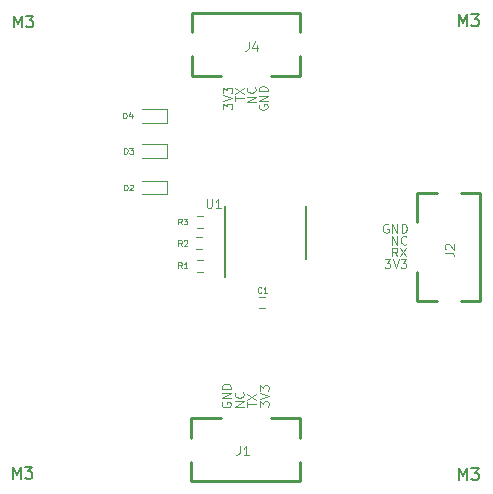
<source format=gbr>
G04 #@! TF.FileFunction,Legend,Top*
%FSLAX46Y46*%
G04 Gerber Fmt 4.6, Leading zero omitted, Abs format (unit mm)*
G04 Created by KiCad (PCBNEW 4.0.7) date Tuesday, 19 '19e' June '19e' 2018, 11:34:03*
%MOMM*%
%LPD*%
G01*
G04 APERTURE LIST*
%ADD10C,0.100000*%
%ADD11C,0.120000*%
%ADD12C,0.254000*%
%ADD13C,0.150000*%
G04 APERTURE END LIST*
D10*
X148255745Y-87600945D02*
X148220031Y-87672374D01*
X148220031Y-87779517D01*
X148255745Y-87886660D01*
X148327174Y-87958088D01*
X148398602Y-87993803D01*
X148541459Y-88029517D01*
X148648602Y-88029517D01*
X148791459Y-87993803D01*
X148862888Y-87958088D01*
X148934316Y-87886660D01*
X148970031Y-87779517D01*
X148970031Y-87708088D01*
X148934316Y-87600945D01*
X148898602Y-87565231D01*
X148648602Y-87565231D01*
X148648602Y-87708088D01*
X148970031Y-87243803D02*
X148220031Y-87243803D01*
X148970031Y-86815231D01*
X148220031Y-86815231D01*
X148970031Y-86458089D02*
X148220031Y-86458089D01*
X148220031Y-86279517D01*
X148255745Y-86172374D01*
X148327174Y-86100946D01*
X148398602Y-86065231D01*
X148541459Y-86029517D01*
X148648602Y-86029517D01*
X148791459Y-86065231D01*
X148862888Y-86100946D01*
X148934316Y-86172374D01*
X148970031Y-86279517D01*
X148970031Y-86458089D01*
X147964286Y-87339286D02*
X147214286Y-87339286D01*
X147964286Y-86910714D01*
X147214286Y-86910714D01*
X147892857Y-86125000D02*
X147928571Y-86160714D01*
X147964286Y-86267857D01*
X147964286Y-86339286D01*
X147928571Y-86446429D01*
X147857143Y-86517857D01*
X147785714Y-86553572D01*
X147642857Y-86589286D01*
X147535714Y-86589286D01*
X147392857Y-86553572D01*
X147321429Y-86517857D01*
X147250000Y-86446429D01*
X147214286Y-86339286D01*
X147214286Y-86267857D01*
X147250000Y-86160714D01*
X147285714Y-86125000D01*
X146220031Y-87271428D02*
X146220031Y-86842857D01*
X146970031Y-87057143D02*
X146220031Y-87057143D01*
X146220031Y-86664285D02*
X146970031Y-86164285D01*
X146220031Y-86164285D02*
X146970031Y-86664285D01*
X145220031Y-87958088D02*
X145220031Y-87493802D01*
X145505745Y-87743802D01*
X145505745Y-87636660D01*
X145541459Y-87565231D01*
X145577174Y-87529517D01*
X145648602Y-87493802D01*
X145827174Y-87493802D01*
X145898602Y-87529517D01*
X145934316Y-87565231D01*
X145970031Y-87636660D01*
X145970031Y-87850945D01*
X145934316Y-87922374D01*
X145898602Y-87958088D01*
X145220031Y-87279516D02*
X145970031Y-87029516D01*
X145220031Y-86779516D01*
X145220031Y-86600945D02*
X145220031Y-86136659D01*
X145505745Y-86386659D01*
X145505745Y-86279517D01*
X145541459Y-86208088D01*
X145577174Y-86172374D01*
X145648602Y-86136659D01*
X145827174Y-86136659D01*
X145898602Y-86172374D01*
X145934316Y-86208088D01*
X145970031Y-86279517D01*
X145970031Y-86493802D01*
X145934316Y-86565231D01*
X145898602Y-86600945D01*
X159178572Y-97725000D02*
X159107143Y-97689286D01*
X159000000Y-97689286D01*
X158892857Y-97725000D01*
X158821429Y-97796429D01*
X158785714Y-97867857D01*
X158750000Y-98010714D01*
X158750000Y-98117857D01*
X158785714Y-98260714D01*
X158821429Y-98332143D01*
X158892857Y-98403571D01*
X159000000Y-98439286D01*
X159071429Y-98439286D01*
X159178572Y-98403571D01*
X159214286Y-98367857D01*
X159214286Y-98117857D01*
X159071429Y-98117857D01*
X159535714Y-98439286D02*
X159535714Y-97689286D01*
X159964286Y-98439286D01*
X159964286Y-97689286D01*
X160321428Y-98439286D02*
X160321428Y-97689286D01*
X160500000Y-97689286D01*
X160607143Y-97725000D01*
X160678571Y-97796429D01*
X160714286Y-97867857D01*
X160750000Y-98010714D01*
X160750000Y-98117857D01*
X160714286Y-98260714D01*
X160678571Y-98332143D01*
X160607143Y-98403571D01*
X160500000Y-98439286D01*
X160321428Y-98439286D01*
X159510714Y-99439286D02*
X159510714Y-98689286D01*
X159939286Y-99439286D01*
X159939286Y-98689286D01*
X160725000Y-99367857D02*
X160689286Y-99403571D01*
X160582143Y-99439286D01*
X160510714Y-99439286D01*
X160403571Y-99403571D01*
X160332143Y-99332143D01*
X160296428Y-99260714D01*
X160260714Y-99117857D01*
X160260714Y-99010714D01*
X160296428Y-98867857D01*
X160332143Y-98796429D01*
X160403571Y-98725000D01*
X160510714Y-98689286D01*
X160582143Y-98689286D01*
X160689286Y-98725000D01*
X160725000Y-98760714D01*
X159975000Y-100439286D02*
X159725000Y-100082143D01*
X159546428Y-100439286D02*
X159546428Y-99689286D01*
X159832143Y-99689286D01*
X159903571Y-99725000D01*
X159939286Y-99760714D01*
X159975000Y-99832143D01*
X159975000Y-99939286D01*
X159939286Y-100010714D01*
X159903571Y-100046429D01*
X159832143Y-100082143D01*
X159546428Y-100082143D01*
X160225000Y-99689286D02*
X160725000Y-100439286D01*
X160725000Y-99689286D02*
X160225000Y-100439286D01*
X158902174Y-100689286D02*
X159366460Y-100689286D01*
X159116460Y-100975000D01*
X159223602Y-100975000D01*
X159295031Y-101010714D01*
X159330745Y-101046429D01*
X159366460Y-101117857D01*
X159366460Y-101296429D01*
X159330745Y-101367857D01*
X159295031Y-101403571D01*
X159223602Y-101439286D01*
X159009317Y-101439286D01*
X158937888Y-101403571D01*
X158902174Y-101367857D01*
X159580746Y-100689286D02*
X159830746Y-101439286D01*
X160080746Y-100689286D01*
X160259317Y-100689286D02*
X160723603Y-100689286D01*
X160473603Y-100975000D01*
X160580745Y-100975000D01*
X160652174Y-101010714D01*
X160687888Y-101046429D01*
X160723603Y-101117857D01*
X160723603Y-101296429D01*
X160687888Y-101367857D01*
X160652174Y-101403571D01*
X160580745Y-101439286D01*
X160366460Y-101439286D01*
X160295031Y-101403571D01*
X160259317Y-101367857D01*
X145155745Y-112800945D02*
X145120031Y-112872374D01*
X145120031Y-112979517D01*
X145155745Y-113086660D01*
X145227174Y-113158088D01*
X145298602Y-113193803D01*
X145441459Y-113229517D01*
X145548602Y-113229517D01*
X145691459Y-113193803D01*
X145762888Y-113158088D01*
X145834316Y-113086660D01*
X145870031Y-112979517D01*
X145870031Y-112908088D01*
X145834316Y-112800945D01*
X145798602Y-112765231D01*
X145548602Y-112765231D01*
X145548602Y-112908088D01*
X145870031Y-112443803D02*
X145120031Y-112443803D01*
X145870031Y-112015231D01*
X145120031Y-112015231D01*
X145870031Y-111658089D02*
X145120031Y-111658089D01*
X145120031Y-111479517D01*
X145155745Y-111372374D01*
X145227174Y-111300946D01*
X145298602Y-111265231D01*
X145441459Y-111229517D01*
X145548602Y-111229517D01*
X145691459Y-111265231D01*
X145762888Y-111300946D01*
X145834316Y-111372374D01*
X145870031Y-111479517D01*
X145870031Y-111658089D01*
X146969286Y-113149286D02*
X146219286Y-113149286D01*
X146969286Y-112720714D01*
X146219286Y-112720714D01*
X146897857Y-111935000D02*
X146933571Y-111970714D01*
X146969286Y-112077857D01*
X146969286Y-112149286D01*
X146933571Y-112256429D01*
X146862143Y-112327857D01*
X146790714Y-112363572D01*
X146647857Y-112399286D01*
X146540714Y-112399286D01*
X146397857Y-112363572D01*
X146326429Y-112327857D01*
X146255000Y-112256429D01*
X146219286Y-112149286D01*
X146219286Y-112077857D01*
X146255000Y-111970714D01*
X146290714Y-111935000D01*
X147264286Y-113171428D02*
X147264286Y-112742857D01*
X148014286Y-112957143D02*
X147264286Y-112957143D01*
X147264286Y-112564285D02*
X148014286Y-112064285D01*
X147264286Y-112064285D02*
X148014286Y-112564285D01*
X148320031Y-113158088D02*
X148320031Y-112693802D01*
X148605745Y-112943802D01*
X148605745Y-112836660D01*
X148641459Y-112765231D01*
X148677174Y-112729517D01*
X148748602Y-112693802D01*
X148927174Y-112693802D01*
X148998602Y-112729517D01*
X149034316Y-112765231D01*
X149070031Y-112836660D01*
X149070031Y-113050945D01*
X149034316Y-113122374D01*
X148998602Y-113158088D01*
X148320031Y-112479516D02*
X149070031Y-112229516D01*
X148320031Y-111979516D01*
X148320031Y-111800945D02*
X148320031Y-111336659D01*
X148605745Y-111586659D01*
X148605745Y-111479517D01*
X148641459Y-111408088D01*
X148677174Y-111372374D01*
X148748602Y-111336659D01*
X148927174Y-111336659D01*
X148998602Y-111372374D01*
X149034316Y-111408088D01*
X149070031Y-111479517D01*
X149070031Y-111693802D01*
X149034316Y-111765231D01*
X148998602Y-111800945D01*
D11*
X140470745Y-95179517D02*
X140470745Y-94039517D01*
X140470745Y-94039517D02*
X138370745Y-94039517D01*
X140470745Y-95179517D02*
X138370745Y-95179517D01*
X140470745Y-92099517D02*
X140470745Y-90959517D01*
X140470745Y-90959517D02*
X138370745Y-90959517D01*
X140470745Y-92099517D02*
X138370745Y-92099517D01*
X140470745Y-89129517D02*
X140470745Y-87989517D01*
X140470745Y-87989517D02*
X138370745Y-87989517D01*
X140470745Y-89129517D02*
X138370745Y-89129517D01*
D12*
X142530745Y-119429517D02*
X151730745Y-119429517D01*
X142530745Y-119429517D02*
X142530745Y-117829517D01*
X142530745Y-114129517D02*
X142530745Y-115829517D01*
X151730745Y-119429517D02*
X151730745Y-117829517D01*
X151730745Y-114129517D02*
X151730745Y-115829517D01*
X142530745Y-114129517D02*
X145030745Y-114129517D01*
X151730745Y-114129517D02*
X149230745Y-114129517D01*
X166940745Y-104229517D02*
X166940745Y-95029517D01*
X166940745Y-104229517D02*
X165340745Y-104229517D01*
X161640745Y-104229517D02*
X163340745Y-104229517D01*
X166940745Y-95029517D02*
X165340745Y-95029517D01*
X161640745Y-95029517D02*
X163340745Y-95029517D01*
X161640745Y-104229517D02*
X161640745Y-101729517D01*
X161640745Y-95029517D02*
X161640745Y-97529517D01*
X151740745Y-79829517D02*
X142540745Y-79829517D01*
X151740745Y-79829517D02*
X151740745Y-81429517D01*
X151740745Y-85129517D02*
X151740745Y-83429517D01*
X142540745Y-79829517D02*
X142540745Y-81429517D01*
X142540745Y-85129517D02*
X142540745Y-83429517D01*
X151740745Y-85129517D02*
X149240745Y-85129517D01*
X142540745Y-85129517D02*
X145040745Y-85129517D01*
D11*
X143480745Y-100699517D02*
X142980745Y-100699517D01*
X142980745Y-101759517D02*
X143480745Y-101759517D01*
X143450745Y-98769517D02*
X142950745Y-98769517D01*
X142950745Y-99829517D02*
X143450745Y-99829517D01*
X143480745Y-96999517D02*
X142980745Y-96999517D01*
X142980745Y-98059517D02*
X143480745Y-98059517D01*
D13*
X152245745Y-100624517D02*
X152245745Y-96174517D01*
X145345745Y-102149517D02*
X145345745Y-96174517D01*
D11*
X148780745Y-103839517D02*
X148280745Y-103839517D01*
X148280745Y-104779517D02*
X148780745Y-104779517D01*
D13*
X127490476Y-81052381D02*
X127490476Y-80052381D01*
X127823810Y-80766667D01*
X128157143Y-80052381D01*
X128157143Y-81052381D01*
X128538095Y-80052381D02*
X129157143Y-80052381D01*
X128823809Y-80433333D01*
X128966667Y-80433333D01*
X129061905Y-80480952D01*
X129109524Y-80528571D01*
X129157143Y-80623810D01*
X129157143Y-80861905D01*
X129109524Y-80957143D01*
X129061905Y-81004762D01*
X128966667Y-81052381D01*
X128680952Y-81052381D01*
X128585714Y-81004762D01*
X128538095Y-80957143D01*
X165190476Y-80952381D02*
X165190476Y-79952381D01*
X165523810Y-80666667D01*
X165857143Y-79952381D01*
X165857143Y-80952381D01*
X166238095Y-79952381D02*
X166857143Y-79952381D01*
X166523809Y-80333333D01*
X166666667Y-80333333D01*
X166761905Y-80380952D01*
X166809524Y-80428571D01*
X166857143Y-80523810D01*
X166857143Y-80761905D01*
X166809524Y-80857143D01*
X166761905Y-80904762D01*
X166666667Y-80952381D01*
X166380952Y-80952381D01*
X166285714Y-80904762D01*
X166238095Y-80857143D01*
X165190476Y-119352381D02*
X165190476Y-118352381D01*
X165523810Y-119066667D01*
X165857143Y-118352381D01*
X165857143Y-119352381D01*
X166238095Y-118352381D02*
X166857143Y-118352381D01*
X166523809Y-118733333D01*
X166666667Y-118733333D01*
X166761905Y-118780952D01*
X166809524Y-118828571D01*
X166857143Y-118923810D01*
X166857143Y-119161905D01*
X166809524Y-119257143D01*
X166761905Y-119304762D01*
X166666667Y-119352381D01*
X166380952Y-119352381D01*
X166285714Y-119304762D01*
X166238095Y-119257143D01*
D10*
X136830953Y-94855707D02*
X136830953Y-94355707D01*
X136950000Y-94355707D01*
X137021429Y-94379517D01*
X137069048Y-94427136D01*
X137092857Y-94474755D01*
X137116667Y-94569993D01*
X137116667Y-94641422D01*
X137092857Y-94736660D01*
X137069048Y-94784279D01*
X137021429Y-94831898D01*
X136950000Y-94855707D01*
X136830953Y-94855707D01*
X137307143Y-94403327D02*
X137330953Y-94379517D01*
X137378572Y-94355707D01*
X137497619Y-94355707D01*
X137545238Y-94379517D01*
X137569048Y-94403327D01*
X137592857Y-94450946D01*
X137592857Y-94498565D01*
X137569048Y-94569993D01*
X137283334Y-94855707D01*
X137592857Y-94855707D01*
X136830953Y-91755707D02*
X136830953Y-91255707D01*
X136950000Y-91255707D01*
X137021429Y-91279517D01*
X137069048Y-91327136D01*
X137092857Y-91374755D01*
X137116667Y-91469993D01*
X137116667Y-91541422D01*
X137092857Y-91636660D01*
X137069048Y-91684279D01*
X137021429Y-91731898D01*
X136950000Y-91755707D01*
X136830953Y-91755707D01*
X137283334Y-91255707D02*
X137592857Y-91255707D01*
X137426191Y-91446184D01*
X137497619Y-91446184D01*
X137545238Y-91469993D01*
X137569048Y-91493803D01*
X137592857Y-91541422D01*
X137592857Y-91660469D01*
X137569048Y-91708088D01*
X137545238Y-91731898D01*
X137497619Y-91755707D01*
X137354762Y-91755707D01*
X137307143Y-91731898D01*
X137283334Y-91708088D01*
X136761698Y-88755707D02*
X136761698Y-88255707D01*
X136880745Y-88255707D01*
X136952174Y-88279517D01*
X136999793Y-88327136D01*
X137023602Y-88374755D01*
X137047412Y-88469993D01*
X137047412Y-88541422D01*
X137023602Y-88636660D01*
X136999793Y-88684279D01*
X136952174Y-88731898D01*
X136880745Y-88755707D01*
X136761698Y-88755707D01*
X137475983Y-88422374D02*
X137475983Y-88755707D01*
X137356936Y-88231898D02*
X137237888Y-88589041D01*
X137547412Y-88589041D01*
X146617285Y-116491293D02*
X146617285Y-117027007D01*
X146581571Y-117134150D01*
X146510142Y-117205578D01*
X146402999Y-117241293D01*
X146331571Y-117241293D01*
X147367286Y-117241293D02*
X146938714Y-117241293D01*
X147153000Y-117241293D02*
X147153000Y-116491293D01*
X147081571Y-116598436D01*
X147010143Y-116669864D01*
X146938714Y-116705578D01*
X164002521Y-100142977D02*
X164538235Y-100142977D01*
X164645378Y-100178691D01*
X164716806Y-100250120D01*
X164752521Y-100357263D01*
X164752521Y-100428691D01*
X164073949Y-99821548D02*
X164038235Y-99785834D01*
X164002521Y-99714405D01*
X164002521Y-99535834D01*
X164038235Y-99464405D01*
X164073949Y-99428691D01*
X164145378Y-99392976D01*
X164216806Y-99392976D01*
X164323949Y-99428691D01*
X164752521Y-99857262D01*
X164752521Y-99392976D01*
X147374682Y-82268803D02*
X147374682Y-82804517D01*
X147338968Y-82911660D01*
X147267539Y-82983088D01*
X147160396Y-83018803D01*
X147088968Y-83018803D01*
X148053254Y-82518803D02*
X148053254Y-83018803D01*
X147874683Y-82233088D02*
X147696111Y-82768803D01*
X148160397Y-82768803D01*
X141716667Y-101435707D02*
X141550000Y-101197612D01*
X141430953Y-101435707D02*
X141430953Y-100935707D01*
X141621429Y-100935707D01*
X141669048Y-100959517D01*
X141692857Y-100983327D01*
X141716667Y-101030946D01*
X141716667Y-101102374D01*
X141692857Y-101149993D01*
X141669048Y-101173803D01*
X141621429Y-101197612D01*
X141430953Y-101197612D01*
X142192857Y-101435707D02*
X141907143Y-101435707D01*
X142050000Y-101435707D02*
X142050000Y-100935707D01*
X142002381Y-101007136D01*
X141954762Y-101054755D01*
X141907143Y-101078565D01*
X141716667Y-99555707D02*
X141550000Y-99317612D01*
X141430953Y-99555707D02*
X141430953Y-99055707D01*
X141621429Y-99055707D01*
X141669048Y-99079517D01*
X141692857Y-99103327D01*
X141716667Y-99150946D01*
X141716667Y-99222374D01*
X141692857Y-99269993D01*
X141669048Y-99293803D01*
X141621429Y-99317612D01*
X141430953Y-99317612D01*
X141907143Y-99103327D02*
X141930953Y-99079517D01*
X141978572Y-99055707D01*
X142097619Y-99055707D01*
X142145238Y-99079517D01*
X142169048Y-99103327D01*
X142192857Y-99150946D01*
X142192857Y-99198565D01*
X142169048Y-99269993D01*
X141883334Y-99555707D01*
X142192857Y-99555707D01*
X141716667Y-97735707D02*
X141550000Y-97497612D01*
X141430953Y-97735707D02*
X141430953Y-97235707D01*
X141621429Y-97235707D01*
X141669048Y-97259517D01*
X141692857Y-97283327D01*
X141716667Y-97330946D01*
X141716667Y-97402374D01*
X141692857Y-97449993D01*
X141669048Y-97473803D01*
X141621429Y-97497612D01*
X141430953Y-97497612D01*
X141883334Y-97235707D02*
X142192857Y-97235707D01*
X142026191Y-97426184D01*
X142097619Y-97426184D01*
X142145238Y-97449993D01*
X142169048Y-97473803D01*
X142192857Y-97521422D01*
X142192857Y-97640469D01*
X142169048Y-97688088D01*
X142145238Y-97711898D01*
X142097619Y-97735707D01*
X141954762Y-97735707D01*
X141907143Y-97711898D01*
X141883334Y-97688088D01*
X143828571Y-95589286D02*
X143828571Y-96196429D01*
X143864286Y-96267857D01*
X143900000Y-96303571D01*
X143971429Y-96339286D01*
X144114286Y-96339286D01*
X144185714Y-96303571D01*
X144221429Y-96267857D01*
X144257143Y-96196429D01*
X144257143Y-95589286D01*
X145007143Y-96339286D02*
X144578571Y-96339286D01*
X144792857Y-96339286D02*
X144792857Y-95589286D01*
X144721428Y-95696429D01*
X144650000Y-95767857D01*
X144578571Y-95803571D01*
D13*
X127390476Y-119252381D02*
X127390476Y-118252381D01*
X127723810Y-118966667D01*
X128057143Y-118252381D01*
X128057143Y-119252381D01*
X128438095Y-118252381D02*
X129057143Y-118252381D01*
X128723809Y-118633333D01*
X128866667Y-118633333D01*
X128961905Y-118680952D01*
X129009524Y-118728571D01*
X129057143Y-118823810D01*
X129057143Y-119061905D01*
X129009524Y-119157143D01*
X128961905Y-119204762D01*
X128866667Y-119252381D01*
X128580952Y-119252381D01*
X128485714Y-119204762D01*
X128438095Y-119157143D01*
D10*
X148447412Y-103478571D02*
X148423602Y-103502381D01*
X148352174Y-103526190D01*
X148304555Y-103526190D01*
X148233126Y-103502381D01*
X148185507Y-103454762D01*
X148161698Y-103407143D01*
X148137888Y-103311905D01*
X148137888Y-103240476D01*
X148161698Y-103145238D01*
X148185507Y-103097619D01*
X148233126Y-103050000D01*
X148304555Y-103026190D01*
X148352174Y-103026190D01*
X148423602Y-103050000D01*
X148447412Y-103073810D01*
X148923602Y-103526190D02*
X148637888Y-103526190D01*
X148780745Y-103526190D02*
X148780745Y-103026190D01*
X148733126Y-103097619D01*
X148685507Y-103145238D01*
X148637888Y-103169048D01*
M02*

</source>
